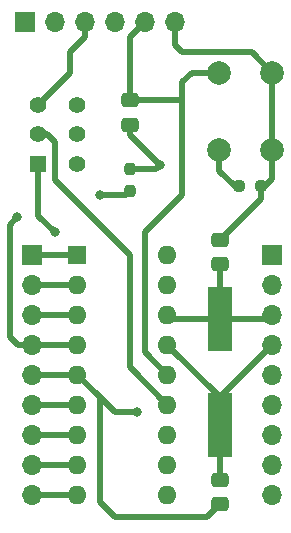
<source format=gbr>
%TF.GenerationSoftware,KiCad,Pcbnew,7.0.8*%
%TF.CreationDate,2024-01-22T17:09:08+00:00*%
%TF.ProjectId,picDevBoard,70696344-6576-4426-9f61-72642e6b6963,rev?*%
%TF.SameCoordinates,Original*%
%TF.FileFunction,Copper,L1,Top*%
%TF.FilePolarity,Positive*%
%FSLAX46Y46*%
G04 Gerber Fmt 4.6, Leading zero omitted, Abs format (unit mm)*
G04 Created by KiCad (PCBNEW 7.0.8) date 2024-01-22 17:09:08*
%MOMM*%
%LPD*%
G01*
G04 APERTURE LIST*
G04 Aperture macros list*
%AMRoundRect*
0 Rectangle with rounded corners*
0 $1 Rounding radius*
0 $2 $3 $4 $5 $6 $7 $8 $9 X,Y pos of 4 corners*
0 Add a 4 corners polygon primitive as box body*
4,1,4,$2,$3,$4,$5,$6,$7,$8,$9,$2,$3,0*
0 Add four circle primitives for the rounded corners*
1,1,$1+$1,$2,$3*
1,1,$1+$1,$4,$5*
1,1,$1+$1,$6,$7*
1,1,$1+$1,$8,$9*
0 Add four rect primitives between the rounded corners*
20,1,$1+$1,$2,$3,$4,$5,0*
20,1,$1+$1,$4,$5,$6,$7,0*
20,1,$1+$1,$6,$7,$8,$9,0*
20,1,$1+$1,$8,$9,$2,$3,0*%
G04 Aperture macros list end*
%TA.AperFunction,SMDPad,CuDef*%
%ADD10RoundRect,0.237500X0.237500X-0.250000X0.237500X0.250000X-0.237500X0.250000X-0.237500X-0.250000X0*%
%TD*%
%TA.AperFunction,SMDPad,CuDef*%
%ADD11RoundRect,0.250000X-0.475000X0.337500X-0.475000X-0.337500X0.475000X-0.337500X0.475000X0.337500X0*%
%TD*%
%TA.AperFunction,SMDPad,CuDef*%
%ADD12R,2.000000X5.500000*%
%TD*%
%TA.AperFunction,ComponentPad*%
%ADD13R,1.600000X1.600000*%
%TD*%
%TA.AperFunction,ComponentPad*%
%ADD14O,1.600000X1.600000*%
%TD*%
%TA.AperFunction,ComponentPad*%
%ADD15C,2.000000*%
%TD*%
%TA.AperFunction,ComponentPad*%
%ADD16R,1.400000X1.400000*%
%TD*%
%TA.AperFunction,ComponentPad*%
%ADD17C,1.400000*%
%TD*%
%TA.AperFunction,SMDPad,CuDef*%
%ADD18RoundRect,0.237500X-0.250000X-0.237500X0.250000X-0.237500X0.250000X0.237500X-0.250000X0.237500X0*%
%TD*%
%TA.AperFunction,ComponentPad*%
%ADD19O,1.700000X1.700000*%
%TD*%
%TA.AperFunction,ComponentPad*%
%ADD20R,1.700000X1.700000*%
%TD*%
%TA.AperFunction,ViaPad*%
%ADD21C,0.800000*%
%TD*%
%TA.AperFunction,Conductor*%
%ADD22C,0.500000*%
%TD*%
G04 APERTURE END LIST*
D10*
%TO.P,R2,1*%
%TO.N,/~MCLR*%
X36195000Y-73302500D03*
%TO.P,R2,2*%
%TO.N,GND*%
X36195000Y-71477500D03*
%TD*%
D11*
%TO.P,C3,1*%
%TO.N,/Prog_5*%
X36195000Y-65637500D03*
%TO.P,C3,2*%
%TO.N,GND*%
X36195000Y-67712500D03*
%TD*%
%TO.P,C2,1*%
%TO.N,/OSC2{slash}CLKOUT*%
X43815000Y-97790000D03*
%TO.P,C2,2*%
%TO.N,GND*%
X43815000Y-99865000D03*
%TD*%
%TO.P,C1,1*%
%TO.N,GND*%
X43815000Y-77470000D03*
%TO.P,C1,2*%
%TO.N,/OSC1{slash}CLKIN*%
X43815000Y-79545000D03*
%TD*%
D12*
%TO.P,Y1,1,1*%
%TO.N,/OSC2{slash}CLKOUT*%
X43815000Y-93167500D03*
%TO.P,Y1,2,2*%
%TO.N,/OSC1{slash}CLKIN*%
X43815000Y-84167500D03*
%TD*%
D13*
%TO.P,U1,1,RA2*%
%TO.N,/RA2*%
X31750000Y-78740000D03*
D14*
%TO.P,U1,2,RA3*%
%TO.N,/RA3*%
X31750000Y-81280000D03*
%TO.P,U1,3,TOCKI/RA4*%
%TO.N,/TOCKI{slash}RA4*%
X31750000Y-83820000D03*
%TO.P,U1,4,~{MCLR}*%
%TO.N,/~MCLR*%
X31750000Y-86360000D03*
%TO.P,U1,5,VSS*%
%TO.N,GND*%
X31750000Y-88900000D03*
%TO.P,U1,6,INT/RB0*%
%TO.N,/RB0*%
X31750000Y-91440000D03*
%TO.P,U1,7,RB1*%
%TO.N,/RB1*%
X31750000Y-93980000D03*
%TO.P,U1,8,RB2*%
%TO.N,/RB2*%
X31750000Y-96520000D03*
%TO.P,U1,9,RB3*%
%TO.N,/RB3*%
X31750000Y-99060000D03*
%TO.P,U1,10,RB4*%
%TO.N,/RB4*%
X39370000Y-99060000D03*
%TO.P,U1,11,RB5*%
%TO.N,/RB5*%
X39370000Y-96520000D03*
%TO.P,U1,12,RB6*%
%TO.N,/RB6*%
X39370000Y-93980000D03*
%TO.P,U1,13,RB7*%
%TO.N,/RB7*%
X39370000Y-91440000D03*
%TO.P,U1,14,VDD*%
%TO.N,/Prog_5*%
X39370000Y-88900000D03*
%TO.P,U1,15,OSC2/CLKOUT*%
%TO.N,/OSC2{slash}CLKOUT*%
X39370000Y-86360000D03*
%TO.P,U1,16,OSC1/CLKIN*%
%TO.N,/OSC1{slash}CLKIN*%
X39370000Y-83820000D03*
%TO.P,U1,17,RA0*%
%TO.N,/RA0*%
X39370000Y-81280000D03*
%TO.P,U1,18,RA1*%
%TO.N,/RA1*%
X39370000Y-78740000D03*
%TD*%
D15*
%TO.P,SW2,2,2*%
%TO.N,GND*%
X48260000Y-69850000D03*
X48260000Y-63350000D03*
%TO.P,SW2,1,1*%
%TO.N,/Prog_5*%
X43760000Y-69850000D03*
X43760000Y-63350000D03*
%TD*%
D16*
%TO.P,SW1,1,A*%
%TO.N,/RB7_H*%
X28450000Y-71040000D03*
D17*
%TO.P,SW1,2,B*%
%TO.N,/RB7*%
X28450000Y-68540000D03*
%TO.P,SW1,3,C*%
%TO.N,/Prog_3*%
X28450000Y-66040000D03*
%TO.P,SW1,4,A*%
%TO.N,unconnected-(SW1-A-Pad4)*%
X31750000Y-71040000D03*
%TO.P,SW1,5,B*%
%TO.N,/Prog_2*%
X31750000Y-68540000D03*
%TO.P,SW1,6,C*%
%TO.N,/RB6*%
X31750000Y-66040000D03*
%TD*%
D18*
%TO.P,R1,1*%
%TO.N,/Prog_5*%
X45442500Y-72950000D03*
%TO.P,R1,2*%
%TO.N,GND*%
X47267500Y-72950000D03*
%TD*%
D19*
%TO.P,J3,9,Pin_9*%
%TO.N,/RB4*%
X48260000Y-99060000D03*
%TO.P,J3,8,Pin_8*%
%TO.N,/RB5*%
X48260000Y-96520000D03*
%TO.P,J3,7,Pin_7*%
%TO.N,/RB6*%
X48260000Y-93980000D03*
%TO.P,J3,6,Pin_6*%
%TO.N,/RB7_H*%
X48260000Y-91440000D03*
%TO.P,J3,5,Pin_5*%
%TO.N,/Prog_5*%
X48260000Y-88900000D03*
%TO.P,J3,4,Pin_4*%
%TO.N,/OSC2{slash}CLKOUT*%
X48260000Y-86360000D03*
%TO.P,J3,3,Pin_3*%
%TO.N,/OSC1{slash}CLKIN*%
X48260000Y-83820000D03*
%TO.P,J3,2,Pin_2*%
%TO.N,/RA0*%
X48260000Y-81280000D03*
D20*
%TO.P,J3,1,Pin_1*%
%TO.N,/RA1*%
X48260000Y-78740000D03*
%TD*%
%TO.P,J2,1,Pin_1*%
%TO.N,/RA2*%
X27940000Y-78750000D03*
D19*
%TO.P,J2,2,Pin_2*%
%TO.N,/RA3*%
X27940000Y-81290000D03*
%TO.P,J2,3,Pin_3*%
%TO.N,/TOCKI{slash}RA4*%
X27940000Y-83830000D03*
%TO.P,J2,4,Pin_4*%
%TO.N,/~MCLR*%
X27940000Y-86370000D03*
%TO.P,J2,5,Pin_5*%
%TO.N,GND*%
X27940000Y-88910000D03*
%TO.P,J2,6,Pin_6*%
%TO.N,/RB0*%
X27940000Y-91450000D03*
%TO.P,J2,7,Pin_7*%
%TO.N,/RB1*%
X27940000Y-93990000D03*
%TO.P,J2,8,Pin_8*%
%TO.N,/RB2*%
X27940000Y-96530000D03*
%TO.P,J2,9,Pin_9*%
%TO.N,/RB3*%
X27940000Y-99070000D03*
%TD*%
D20*
%TO.P,J1,1,Pin_1*%
%TO.N,unconnected-(J1-Pin_1-Pad1)*%
X27305000Y-59055000D03*
D19*
%TO.P,J1,2,Pin_2*%
%TO.N,/Prog_2*%
X29845000Y-59055000D03*
%TO.P,J1,3,Pin_3*%
%TO.N,/Prog_3*%
X32385000Y-59055000D03*
%TO.P,J1,4,Pin_4*%
%TO.N,unconnected-(J1-Pin_4-Pad4)*%
X34925000Y-59055000D03*
%TO.P,J1,5,Pin_5*%
%TO.N,/Prog_5*%
X37465000Y-59055000D03*
%TO.P,J1,6,Pin_6*%
%TO.N,GND*%
X40005000Y-59055000D03*
%TD*%
D21*
%TO.N,GND*%
X36830000Y-92075000D03*
%TO.N,/RB7_H*%
X29845000Y-76835000D03*
%TO.N,/~MCLR*%
X33655000Y-73660000D03*
X26670000Y-75565000D03*
%TO.N,GND*%
X38735000Y-71120000D03*
%TD*%
D22*
%TO.N,/~MCLR*%
X26680000Y-86370000D02*
X27940000Y-86370000D01*
X26035000Y-76200000D02*
X26035000Y-85725000D01*
X26670000Y-75565000D02*
X26035000Y-76200000D01*
X26035000Y-85725000D02*
X26680000Y-86370000D01*
%TO.N,GND*%
X34925000Y-92075000D02*
X33655000Y-90805000D01*
X36830000Y-92075000D02*
X34925000Y-92075000D01*
%TO.N,/RB7*%
X36195000Y-88265000D02*
X39370000Y-91440000D01*
X29845000Y-72390000D02*
X36195000Y-78740000D01*
X36195000Y-78740000D02*
X36195000Y-88265000D01*
X29845000Y-69215000D02*
X29845000Y-72390000D01*
X29170000Y-68540000D02*
X29845000Y-69215000D01*
X28450000Y-68540000D02*
X29170000Y-68540000D01*
%TO.N,/RB7_H*%
X28450000Y-75440000D02*
X29845000Y-76835000D01*
X28450000Y-71040000D02*
X28450000Y-75440000D01*
%TO.N,/Prog_5*%
X40640000Y-64135000D02*
X41425000Y-63350000D01*
X37465000Y-76835000D02*
X40640000Y-73660000D01*
X37465000Y-86995000D02*
X37465000Y-76835000D01*
X40640000Y-73660000D02*
X40640000Y-64135000D01*
X41425000Y-63350000D02*
X43760000Y-63350000D01*
X39370000Y-88900000D02*
X37465000Y-86995000D01*
%TO.N,/~MCLR*%
X35837500Y-73660000D02*
X36195000Y-73302500D01*
X33655000Y-73660000D02*
X35837500Y-73660000D01*
%TO.N,GND*%
X38377500Y-71477500D02*
X38735000Y-71120000D01*
X36195000Y-71477500D02*
X38377500Y-71477500D01*
%TO.N,/OSC2{slash}CLKOUT*%
X43815000Y-93167500D02*
X43815000Y-97790000D01*
%TO.N,GND*%
X47267500Y-72950000D02*
X47267500Y-74017500D01*
X40005000Y-60960000D02*
X40640000Y-61595000D01*
X40640000Y-61595000D02*
X46505000Y-61595000D01*
X40005000Y-59055000D02*
X40005000Y-60960000D01*
X46505000Y-61595000D02*
X48260000Y-63350000D01*
X34925000Y-100965000D02*
X42715000Y-100965000D01*
X33655000Y-99695000D02*
X34925000Y-100965000D01*
X33655000Y-90805000D02*
X33655000Y-99695000D01*
X31750000Y-88900000D02*
X33655000Y-90805000D01*
X42715000Y-100965000D02*
X43815000Y-99865000D01*
X47267500Y-74017500D02*
X43815000Y-77470000D01*
%TO.N,/OSC1{slash}CLKIN*%
X43815000Y-79545000D02*
X43815000Y-84167500D01*
X43815000Y-84167500D02*
X39717500Y-84167500D01*
X39717500Y-84167500D02*
X39370000Y-83820000D01*
X47912500Y-84167500D02*
X48260000Y-83820000D01*
X43815000Y-84167500D02*
X47912500Y-84167500D01*
%TO.N,/OSC2{slash}CLKOUT*%
X43815000Y-90805000D02*
X43815000Y-93167500D01*
X48260000Y-86360000D02*
X43815000Y-90805000D01*
X43815000Y-90805000D02*
X39370000Y-86360000D01*
%TO.N,GND*%
X36195000Y-68580000D02*
X38735000Y-71120000D01*
X36195000Y-67712500D02*
X36195000Y-68580000D01*
%TO.N,/Prog_5*%
X40482500Y-65637500D02*
X36195000Y-65637500D01*
X36195000Y-60325000D02*
X36195000Y-65637500D01*
X37465000Y-59055000D02*
X36195000Y-60325000D01*
%TO.N,/RA2*%
X27950000Y-78740000D02*
X27940000Y-78750000D01*
X31750000Y-78740000D02*
X27950000Y-78740000D01*
%TO.N,/RA3*%
X31740000Y-81290000D02*
X31750000Y-81280000D01*
X27940000Y-81290000D02*
X31740000Y-81290000D01*
%TO.N,/TOCKI{slash}RA4*%
X27950000Y-83820000D02*
X27940000Y-83830000D01*
X31750000Y-83820000D02*
X27950000Y-83820000D01*
%TO.N,/~MCLR*%
X31740000Y-86370000D02*
X31750000Y-86360000D01*
X27940000Y-86370000D02*
X31740000Y-86370000D01*
%TO.N,GND*%
X27950000Y-88900000D02*
X27940000Y-88910000D01*
X31750000Y-88900000D02*
X27950000Y-88900000D01*
%TO.N,/RB0*%
X27950000Y-91440000D02*
X27940000Y-91450000D01*
X31750000Y-91440000D02*
X27950000Y-91440000D01*
%TO.N,/RB1*%
X31740000Y-93990000D02*
X31750000Y-93980000D01*
X27940000Y-93990000D02*
X31740000Y-93990000D01*
%TO.N,/RB2*%
X27950000Y-96520000D02*
X27940000Y-96530000D01*
X31750000Y-96520000D02*
X27950000Y-96520000D01*
%TO.N,/RB3*%
X27940000Y-99070000D02*
X31740000Y-99070000D01*
X31740000Y-99070000D02*
X31750000Y-99060000D01*
%TO.N,GND*%
X48260000Y-69850000D02*
X48260000Y-66600000D01*
X48260000Y-66600000D02*
X48260000Y-65330000D01*
X48260000Y-72315000D02*
X48260000Y-69850000D01*
X47625000Y-72950000D02*
X48260000Y-72315000D01*
%TO.N,/Prog_5*%
X43760000Y-71625000D02*
X43760000Y-69850000D01*
X45085000Y-72950000D02*
X43760000Y-71625000D01*
%TO.N,/Prog_3*%
X31115000Y-61595000D02*
X32385000Y-60325000D01*
X31115000Y-63375000D02*
X31115000Y-61595000D01*
X28450000Y-66040000D02*
X31115000Y-63375000D01*
X32385000Y-60325000D02*
X32385000Y-59055000D01*
%TO.N,GND*%
X48260000Y-65330000D02*
X48260000Y-63350000D01*
%TD*%
M02*

</source>
